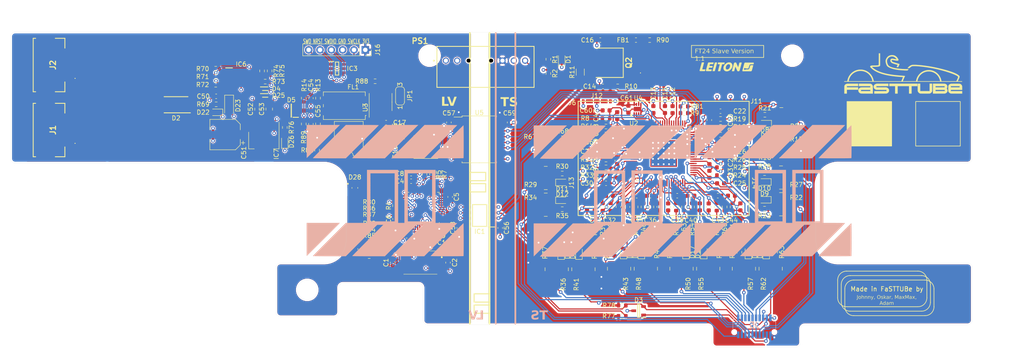
<source format=kicad_pcb>
(kicad_pcb (version 20221018) (generator pcbnew)

  (general
    (thickness 1.599978)
  )

  (paper "A4")
  (layers
    (0 "F.Cu" signal)
    (1 "In1.Cu" signal)
    (2 "In2.Cu" signal)
    (31 "B.Cu" signal)
    (32 "B.Adhes" user "B.Adhesive")
    (33 "F.Adhes" user "F.Adhesive")
    (34 "B.Paste" user)
    (35 "F.Paste" user)
    (36 "B.SilkS" user "B.Silkscreen")
    (37 "F.SilkS" user "F.Silkscreen")
    (38 "B.Mask" user)
    (39 "F.Mask" user)
    (40 "Dwgs.User" user "User.Drawings")
    (41 "Cmts.User" user "User.Comments")
    (42 "Eco1.User" user "User.Eco1")
    (43 "Eco2.User" user "User.Eco2")
    (44 "Edge.Cuts" user)
    (45 "Margin" user)
    (46 "B.CrtYd" user "B.Courtyard")
    (47 "F.CrtYd" user "F.Courtyard")
    (48 "B.Fab" user)
    (49 "F.Fab" user)
    (50 "User.1" user)
    (51 "User.2" user)
    (52 "User.3" user)
    (53 "User.4" user)
    (54 "User.5" user)
    (55 "User.6" user)
    (56 "User.7" user)
    (57 "User.8" user)
    (58 "User.9" user)
  )

  (setup
    (stackup
      (layer "F.SilkS" (type "Top Silk Screen"))
      (layer "F.Paste" (type "Top Solder Paste"))
      (layer "F.Mask" (type "Top Solder Mask") (thickness 0.01))
      (layer "F.Cu" (type "copper") (thickness 0.035))
      (layer "dielectric 1" (type "prepreg") (thickness 0.1) (material "FR4") (epsilon_r 4.5) (loss_tangent 0.02))
      (layer "In1.Cu" (type "copper") (thickness 0.035))
      (layer "dielectric 2" (type "core") (thickness 1.239978) (material "FR4") (epsilon_r 4.5) (loss_tangent 0.02))
      (layer "In2.Cu" (type "copper") (thickness 0.035))
      (layer "dielectric 3" (type "prepreg") (thickness 0.1) (material "FR4") (epsilon_r 4.5) (loss_tangent 0.02))
      (layer "B.Cu" (type "copper") (thickness 0.035))
      (layer "B.Mask" (type "Bottom Solder Mask") (thickness 0.01))
      (layer "B.Paste" (type "Bottom Solder Paste"))
      (layer "B.SilkS" (type "Bottom Silk Screen"))
      (copper_finish "None")
      (dielectric_constraints no)
    )
    (pad_to_mask_clearance 0)
    (aux_axis_origin 50 75)
    (pcbplotparams
      (layerselection 0x00010fc_ffffffff)
      (plot_on_all_layers_selection 0x0000000_00000001)
      (disableapertmacros false)
      (usegerberextensions false)
      (usegerberattributes true)
      (usegerberadvancedattributes true)
      (creategerberjobfile true)
      (dashed_line_dash_ratio 12.000000)
      (dashed_line_gap_ratio 3.000000)
      (svgprecision 4)
      (plotframeref false)
      (viasonmask false)
      (mode 1)
      (useauxorigin false)
      (hpglpennumber 1)
      (hpglpenspeed 20)
      (hpglpendiameter 15.000000)
      (dxfpolygonmode true)
      (dxfimperialunits true)
      (dxfusepcbnewfont true)
      (psnegative false)
      (psa4output false)
      (plotreference true)
      (plotvalue true)
      (plotinvisibletext false)
      (sketchpadsonfab false)
      (subtractmaskfromsilk false)
      (outputformat 1)
      (mirror false)
      (drillshape 0)
      (scaleselection 1)
      (outputdirectory "Gerber1/")
    )
  )

  (net 0 "")
  (net 1 "+3V3")
  (net 2 "/CAN/CANH")
  (net 3 "/CAN/CANL")
  (net 4 "Net-(D1-A)")
  (net 5 "/µC/LED1_R")
  (net 6 "/µC/SWCLK")
  (net 7 "GND")
  (net 8 "/µC/SWDIO")
  (net 9 "/µC/NRST")
  (net 10 "/µC/Trace_SWO")
  (net 11 "unconnected-(U1-PC13-Pad2)")
  (net 12 "unconnected-(U1-PC14-Pad3)")
  (net 13 "unconnected-(U1-PC15-Pad4)")
  (net 14 "/µC/LED1_G")
  (net 15 "/µC/LED1_B")
  (net 16 "/µC/LED2_R")
  (net 17 "/µC/LED2_G")
  (net 18 "unconnected-(U1-PA1-Pad11)")
  (net 19 "/µC/LED2_B")
  (net 20 "unconnected-(U1-PA8-Pad29)")
  (net 21 "Net-(D22-A)")
  (net 22 "Net-(D26-A)")
  (net 23 "Net-(U3-CANH)")
  (net 24 "Net-(U3-CANL)")
  (net 25 "unconnected-(U1-PB1-Pad19)")
  (net 26 "unconnected-(U1-PB2-Pad20)")
  (net 27 "Net-(U2-IPB)")
  (net 28 "/µC/TMP_SCL")
  (net 29 "/BMS/TMP_SCL")
  (net 30 "/BMS/TMP_SDA")
  (net 31 "+5V")
  (net 32 "/µC/SCK")
  (net 33 "/µC/MOSI")
  (net 34 "/µC/MISO")
  (net 35 "/µC/CSB")
  (net 36 "unconnected-(U1-PB0-Pad18)")
  (net 37 "/µC/PROM_SDA")
  (net 38 "/µC/PROM_SCL")
  (net 39 "unconnected-(U1-PB3-Pad39)")
  (net 40 "unconnected-(U1-PB4-Pad40)")
  (net 41 "unconnected-(U1-PB5-Pad41)")
  (net 42 "unconnected-(U1-PB8-Pad45)")
  (net 43 "unconnected-(U1-PB9-Pad46)")
  (net 44 "/BMS/Filter_Balance_Network_last/CB")
  (net 45 "/BMS/Filter_Balance_Network_last/CB:A")
  (net 46 "/BMS/~{CS}")
  (net 47 "/BMS/Filter_Balance_Network_last/SAP")
  (net 48 "/BMS/Filter_Balance_Network_last/CA")
  (net 49 "/BMS/Filter_Balance_Network2/CB")
  (net 50 "/BMS/MISO")
  (net 51 "/BMS/Filter_Balance_Network2/SBP")
  (net 52 "/BMS/Filter_Balance_Network2/CB:A")
  (net 53 "/BMS/MOSI")
  (net 54 "/BMS/Filter_Balance_Network2/SAP")
  (net 55 "/BMS/Filter_Balance_Network2/CA")
  (net 56 "/BMS/Filter_Balance_Network4/CB")
  (net 57 "/BMS/SCK")
  (net 58 "/BMS/Filter_Balance_Network4/SBP")
  (net 59 "/BMS/Filter_Balance_Network4/CB:A")
  (net 60 "unconnected-(IC4-NC_1-Pad1)")
  (net 61 "/BMS/Filter_Balance_Network4/SAP")
  (net 62 "/BMS/Filter_Balance_Network4/CA")
  (net 63 "/BMS/Filter_Balance_Network5/CB")
  (net 64 "unconnected-(IC4-NC_2-Pad2)")
  (net 65 "/BMS/Filter_Balance_Network5/SBP")
  (net 66 "/BMS/Filter_Balance_Network5/CB:A")
  (net 67 "unconnected-(IC4-NC_3-Pad3)")
  (net 68 "/BMS/Filter_Balance_Network5/SAP")
  (net 69 "/BMS/Filter_Balance_Network5/CA")
  (net 70 "/BMS/Filter_Balance_Network6/CB")
  (net 71 "/µC/PROM_WC")
  (net 72 "/BMS/Filter_Balance_Network6/SBP")
  (net 73 "/BMS/Filter_Balance_Network6/CB:A")
  (net 74 "/BMS/Filter_Balance_Network6/SAP")
  (net 75 "/BMS/Filter_Balance_Network6/CA")
  (net 76 "/BMS/Filter_Balance_Network7/CB")
  (net 77 "/BMS/Filter_Balance_Network7/SBP")
  (net 78 "/BMS/Filter_Balance_Network7/CB:A")
  (net 79 "unconnected-(IC6-DVDT-Pad2)")
  (net 80 "/BMS/Filter_Balance_Network7/SAP")
  (net 81 "/BMS/Filter_Balance_Network7/CA")
  (net 82 "/BMS/Filter_Balance_Network1/CB")
  (net 83 "Net-(IC6-EN{slash}UVLO)")
  (net 84 "/BMS/Filter_Balance_Network1/SBP")
  (net 85 "/BMS/Filter_Balance_Network1/CB:A")
  (net 86 "+BATT")
  (net 87 "/BMS/Filter_Balance_Network1/SAP")
  (net 88 "/BMS/Filter_Balance_Network1/CA")
  (net 89 "/BMS/Filter_Balance_Network/CB")
  (net 90 "+12V")
  (net 91 "/BMS/Filter_Balance_Network/SBP")
  (net 92 "/BMS/Filter_Balance_Network/CB:A")
  (net 93 "unconnected-(IC6-~{FLT}-Pad6)")
  (net 94 "/BMS/Filter_Balance_Network/SAP")
  (net 95 "Net-(IC6-ILM)")
  (net 96 "Net-(IC6-OVLO{slash}OVCSEL)")
  (net 97 "/BMS/Filter_Balance_Network/CellA+{slash}CellB-")
  (net 98 "/BMS/Filter_Balance_Network/CellB+")
  (net 99 "Net-(U2-IMB)")
  (net 100 "Net-(U1-PB11)")
  (net 101 "/BMS/Filter_Balance_Network1/CellA+{slash}CellB-")
  (net 102 "/BMS/Filter_Balance_Network2/CellA-")
  (net 103 "unconnected-(U2-NC-Pad66)")
  (net 104 "GND1")
  (net 105 "/BMS/Filter_Balance_Network7/CellA+{slash}CellB-")
  (net 106 "/BMS/Filter_Balance_Network4/CellA-")
  (net 107 "/BMS/Filter_Balance_Network6/CellA+{slash}CellB-")
  (net 108 "unconnected-(U2-GPIO10-Pad71)")
  (net 109 "unconnected-(U2-GPIO9-Pad72)")
  (net 110 "unconnected-(U2-GPIO8-Pad73)")
  (net 111 "unconnected-(U2-GPIO7-Pad74)")
  (net 112 "unconnected-(U2-GPIO6-Pad75)")
  (net 113 "unconnected-(U2-GPIO3-Pad78)")
  (net 114 "unconnected-(U2-GPIO2-Pad79)")
  (net 115 "unconnected-(U2-GPIO1-Pad80)")
  (net 116 "/BMS/Filter_Balance_Network5/CellA-")
  (net 117 "/BMS/Filter_Balance_Network5/CellA+{slash}CellB-")
  (net 118 "/BMS/Filter_Balance_Network6/CellA-")
  (net 119 "/BMS/Filter_Balance_Network4/CellA+{slash}CellB-")
  (net 120 "/BMS/Filter_Balance_Network1/CellB+")
  (net 121 "/BMS/Filter_Balance_Network2/CellA+{slash}CellB-")
  (net 122 "/BMS/Filter_Balance_Network2/CellB+")
  (net 123 "Net-(PS1-FB)")
  (net 124 "Net-(Q2-B)")
  (net 125 "Net-(Q2-C)")
  (net 126 "Net-(Q2-E)")
  (net 127 "/CAN/CAN_Term")
  (net 128 "/µC/OSC_IN")
  (net 129 "/µC/OSC_OUT")
  (net 130 "/Power/IMON")
  (net 131 "/CAN/CAN_Rx")
  (net 132 "/CAN/CAN_Tx")
  (net 133 "Net-(U1-BOOT0)")
  (net 134 "Net-(U2-V+)")
  (net 135 "Net-(U2-VREF2)")
  (net 136 "Net-(U2-VREF1)")
  (net 137 "/CAN/V_{ref}")
  (net 138 "Net-(D7-A)")
  (net 139 "Net-(D8-A)")
  (net 140 "Net-(D9-A)")
  (net 141 "Net-(D10-A)")
  (net 142 "Net-(D11-A)")
  (net 143 "Net-(D12-A)")
  (net 144 "Net-(D13-A)")
  (net 145 "Net-(D14-A)")
  (net 146 "Net-(D15-A)")
  (net 147 "Net-(D16-A)")
  (net 148 "Net-(D17-A)")
  (net 149 "Net-(D18-A)")
  (net 150 "Net-(D19-A)")
  (net 151 "Net-(D20-A)")
  (net 152 "Net-(D21-A)")
  (net 153 "VBUS")
  (net 154 "Net-(U1-PB10)")
  (net 155 "Net-(U1-PB13)")
  (net 156 "Net-(U2-DRIVE)")
  (net 157 "/BMS/Filter_Balance_Network/CA")
  (net 158 "Net-(U1-PB12)")
  (net 159 "Net-(U1-PB14)")
  (net 160 "Net-(U1-PB15)")
  (net 161 "/µC/TMP_SDA")
  (net 162 "Net-(R83-Pad2)")
  (net 163 "Net-(U3-Rs)")
  (net 164 "Net-(JP1-C)")
  (net 165 "Net-(D2-A)")
  (net 166 "Net-(U2-VREG)")
  (net 167 "unconnected-(U6-Pad3)")
  (net 168 "unconnected-(U6-Pad5)")
  (net 169 "unconnected-(U4-ALERT-Pad3)")

  (footprint "Capacitor_SMD:C_0603_1608Metric" (layer "F.Cu") (at 206.7285 103.8745 90))

  (footprint "Resistor_SMD:R_1020_2550Metric" (layer "F.Cu") (at 192.4675 128.1525 90))

  (footprint "Resistor_SMD:R_0603_1608Metric" (layer "F.Cu") (at 219.1675 93.5775 180))

  (footprint "Resistor_SMD:R_0603_1608Metric" (layer "F.Cu") (at 183.5425 94.3815))

  (footprint "Capacitor_SMD:C_0603_1608Metric" (layer "F.Cu") (at 161.899695 95.299695 -90))

  (footprint "Capacitor_SMD:C_0603_1608Metric" (layer "F.Cu") (at 96.0875 89.425 180))

  (footprint "Resistor_SMD:R_0603_1608Metric" (layer "F.Cu") (at 208.3675 114.2775 90))

  (footprint "Resistor_SMD:R_0603_1608Metric" (layer "F.Cu") (at 187.155 136.4))

  (footprint "Slave:QFP-80_12x12_Pitch0.5mm" (layer "F.Cu") (at 196.4675 102.2775))

  (footprint "Resistor_SMD:R_0603_1608Metric" (layer "F.Cu") (at 219.0925 106.6775 180))

  (footprint "Package_SO:SOIC-16W_7.5x10.3mm_P1.27mm" (layer "F.Cu") (at 155.099695 99.099695))

  (footprint "Resistor_SMD:R_0603_1608Metric" (layer "F.Cu") (at 136.175 98.835 90))

  (footprint "Connector_PinSocket_2.54mm:PinSocket_1x06_P2.54mm_Vertical" (layer "F.Cu") (at 129.54 79 -90))

  (footprint "Slave:SOT95P230X117-3N" (layer "F.Cu") (at 112.935 92.64 180))

  (footprint "Capacitor_SMD:C_0603_1608Metric" (layer "F.Cu") (at 197.4675 114.2775 -90))

  (footprint "Resistor_SMD:R_0603_1608Metric" (layer "F.Cu") (at 209.2285 98.0745 180))

  (footprint "Resistor_SMD:R_0603_1608Metric" (layer "F.Cu") (at 173.7175 114.7775))

  (footprint "Resistor_SMD:R_0603_1608Metric" (layer "F.Cu") (at 183.5285 96.2065))

  (footprint "Resistor_SMD:R_0603_1608Metric" (layer "F.Cu") (at 95.9875 85.025 180))

  (footprint "Resistor_SMD:R_0603_1608Metric" (layer "F.Cu") (at 170.6 81.1 90))

  (footprint "Capacitor_SMD:C_0603_1608Metric" (layer "F.Cu") (at 206.7285 106.9395 90))

  (footprint "Resistor_SMD:R_1020_2550Metric" (layer "F.Cu") (at 214.4675 128.1525 90))

  (footprint "Slave:Wuerth_Elektronik_3600637250S" (layer "F.Cu") (at 196.4675 103.3775))

  (footprint "Capacitor_SMD:C_0603_1608Metric" (layer "F.Cu") (at 117.335 95.64 90))

  (footprint "Slave:SODFL1608X59N" (layer "F.Cu") (at 107.0875 89.225))

  (footprint "Slave:SON50P200X200X80-9N" (layer "F.Cu") (at 190.605 92.3 90))

  (footprint "LED_SMD:LED_0603_1608Metric" (layer "F.Cu") (at 219.1675 95.5775 180))

  (footprint "Resistor_SMD:R_0603_1608Metric" (layer "F.Cu") (at 211.9235 114.2775 90))

  (footprint "Resistor_SMD:R_0603_1608Metric" (layer "F.Cu") (at 209.2285 96.2965 180))

  (footprint "Slave:2059710041" (layer "F.Cu") (at 58.6 97 90))

  (footprint "Resistor_SMD:R_1206_3216Metric" (layer "F.Cu") (at 177.755 84 90))

  (footprint "Resistor_SMD:R_1020_2550Metric" (layer "F.Cu") (at 186.4675 128.1525 90))

  (footprint "Capacitor_SMD:C_0603_1608Metric" (layer "F.Cu") (at 136.316909 121.5625 90))

  (footprint "Slave:SOT95P240X120-3N" (layer "F.Cu") (at 190.855 137.6 180))

  (footprint "Resistor_SMD:R_0603_1608Metric" (layer "F.Cu") (at 137.775 98.835 -90))

  (footprint "LED_SMD:LED_0603_1608Metric" (layer "F.Cu") (at 173.755 100.65075))

  (footprint "Resistor_SMD:R_0603_1608Metric" (layer "F.Cu") (at 183.5285 97.9845))

  (footprint "Capacitor_SMD:C_0603_1608Metric" (layer "F.Cu") (at 186.0425 106.9275 -90))

  (footprint "LED_SMD:LED_0603_1608Metric" (layer "F.Cu") (at 205.4675 124.4525 90))

  (footprint "Slave:17791063215" (layer "F.Cu") (at 147.61 81.415))

  (footprint "Resistor_SMD:R_0603_1608Metric" (layer "F.Cu") (at 193.7175 114.2775 90))

  (footprint "Resistor_SMD:R_0603_1608Metric" (layer "F.Cu") (at 219.0925 114.6775 180))

  (footprint "Resistor_SMD:R_0603_1608Metric" (layer "F.Cu") (at 130.4 108.4))

  (footprint "Capacitor_SMD:C_0603_1608Metric" (layer "F.Cu")
    (tstamp 3d450aba-0a7a-40e3-9786-33bca9809dea)
    (at 186.0425 93.7605 -90)
    (descr "Capacitor SMD 0603 (1608 Metric), square (rectangular) end terminal, IPC_7351 nominal, (Body size source:
... [2812997 chars truncated]
</source>
